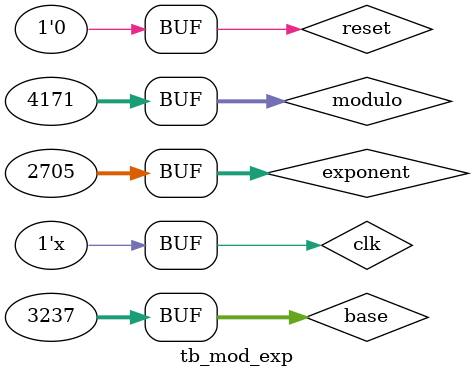
<source format=v>
`timescale 1ns / 1ps
`define WIDTH 16
module tb_mod_exp;
    
    reg [`WIDTH*2-1:0] base;
	reg [`WIDTH*2-1:0] modulo;
	reg [`WIDTH*2-1:0] exponent;
	reg clk;
	reg reset;
	wire finish;
	wire [`WIDTH*2-1:0] result;
	
	mod_exp uut(base,modulo,exponent,clk,reset,finish,result);
	defparam uut.WIDTH = `WIDTH;
	
	initial begin
	   base = 3237;
	   modulo = 4171;
	   exponent =  2705;
	   clk = 0;
	   reset = 0;
	   #10 reset = 1;
	   #10 reset = 0;
	end
	
	always #5 clk = ~clk;
endmodule
</source>
